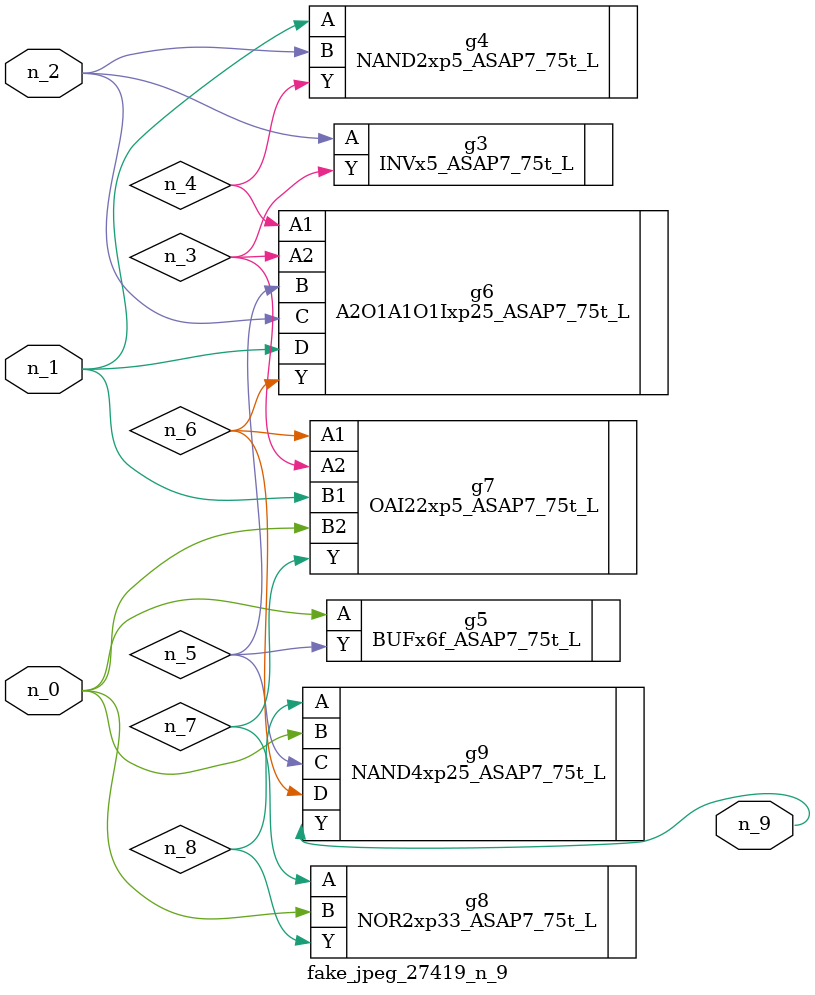
<source format=v>
module fake_jpeg_27419_n_9 (n_0, n_2, n_1, n_9);

input n_0;
input n_2;
input n_1;

output n_9;

wire n_3;
wire n_4;
wire n_8;
wire n_6;
wire n_5;
wire n_7;

INVx5_ASAP7_75t_L g3 ( 
.A(n_2),
.Y(n_3)
);

NAND2xp5_ASAP7_75t_L g4 ( 
.A(n_1),
.B(n_2),
.Y(n_4)
);

BUFx6f_ASAP7_75t_L g5 ( 
.A(n_0),
.Y(n_5)
);

A2O1A1O1Ixp25_ASAP7_75t_L g6 ( 
.A1(n_4),
.A2(n_3),
.B(n_5),
.C(n_2),
.D(n_1),
.Y(n_6)
);

OAI22xp5_ASAP7_75t_L g7 ( 
.A1(n_6),
.A2(n_3),
.B1(n_1),
.B2(n_0),
.Y(n_7)
);

NOR2xp33_ASAP7_75t_L g8 ( 
.A(n_7),
.B(n_0),
.Y(n_8)
);

NAND4xp25_ASAP7_75t_L g9 ( 
.A(n_8),
.B(n_0),
.C(n_5),
.D(n_6),
.Y(n_9)
);


endmodule
</source>
